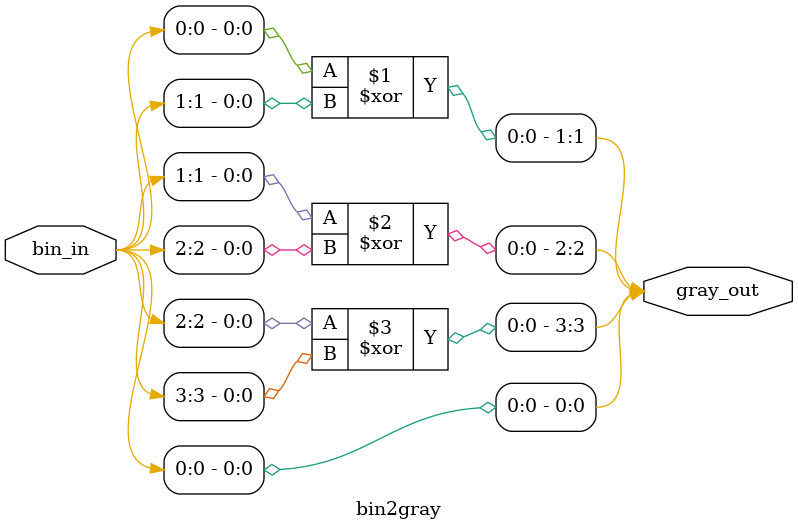
<source format=v>
module bin2gray(
    input [3:0] bin_in,
    output [3:0] gray_out
);

    assign gray_out[0] = bin_in[0];
    assign gray_out[1] = bin_in[0] ^ bin_in[1];
    assign gray_out[2] = bin_in[1] ^ bin_in[2];
    assign gray_out[3] = bin_in[2] ^ bin_in[3];
    
endmodule
</source>
